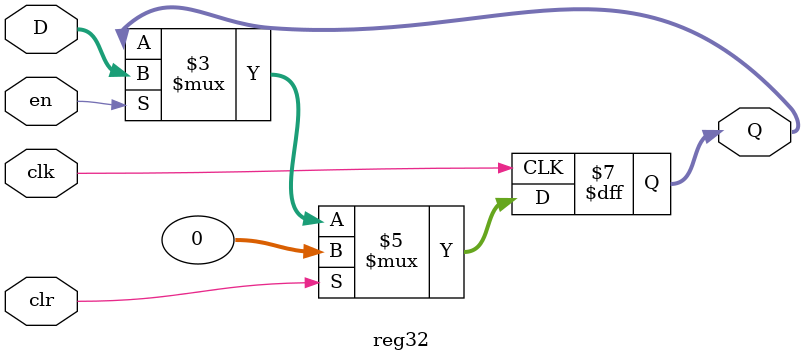
<source format=v>
module reg32 (
    input wire clr, clk, en,
    input wire [31:0] D,
    output reg [31:0] Q
);
	initial Q = 0;
	always@(posedge clk)
	begin
		if(en) Q[31:0] <= D[31:0];
		if(clr) Q[31:0] <= 32'b0;
	end
endmodule
</source>
